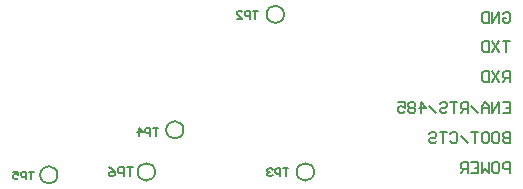
<source format=gbo>
G04*
G04 #@! TF.GenerationSoftware,Altium Limited,Altium Designer,24.9.1 (31)*
G04*
G04 Layer_Color=32896*
%FSLAX44Y44*%
%MOMM*%
G71*
G04*
G04 #@! TF.SameCoordinates,22B4A0D8-32B4-4856-A8F8-6707C093DBDE*
G04*
G04*
G04 #@! TF.FilePolarity,Positive*
G04*
G01*
G75*
%ADD12C,0.1270*%
%ADD15C,0.1524*%
D12*
X469897Y721359D02*
X464818D01*
X467357D01*
Y713741D01*
X462279D02*
Y721359D01*
X458470D01*
X457201Y720089D01*
Y717550D01*
X458470Y716280D01*
X462279D01*
X449583Y721359D02*
X452122Y720089D01*
X454662Y717550D01*
Y715011D01*
X453392Y713741D01*
X450853D01*
X449583Y715011D01*
Y716280D01*
X450853Y717550D01*
X454662D01*
X386216Y717822D02*
X381815D01*
X384016D01*
Y711220D01*
X379614D02*
Y717822D01*
X376313D01*
X375213Y716722D01*
Y714521D01*
X376313Y713421D01*
X379614D01*
X368611Y717822D02*
X373013D01*
Y714521D01*
X370812Y715622D01*
X369712D01*
X368611Y714521D01*
Y712321D01*
X369712Y711220D01*
X371912D01*
X373013Y712321D01*
X491435Y754693D02*
X487033D01*
X489234D01*
Y748091D01*
X484833D02*
Y754693D01*
X481532D01*
X480431Y753593D01*
Y751392D01*
X481532Y750292D01*
X484833D01*
X474930Y748091D02*
Y754693D01*
X478231Y751392D01*
X473829D01*
X601430Y720582D02*
X597029D01*
X599230D01*
Y713980D01*
X594828D02*
Y720582D01*
X591527D01*
X590427Y719482D01*
Y717281D01*
X591527Y716181D01*
X594828D01*
X588227Y719482D02*
X587126Y720582D01*
X584926D01*
X583825Y719482D01*
Y718381D01*
X584926Y717281D01*
X586026D01*
X584926D01*
X583825Y716181D01*
Y715080D01*
X584926Y713980D01*
X587126D01*
X588227Y715080D01*
X575853Y853701D02*
X571451D01*
X573652D01*
Y847099D01*
X569251D02*
Y853701D01*
X565950D01*
X564849Y852601D01*
Y850400D01*
X565950Y849300D01*
X569251D01*
X558247Y847099D02*
X562649D01*
X558247Y851500D01*
Y852601D01*
X559348Y853701D01*
X561548D01*
X562649Y852601D01*
D15*
X406146Y715010D02*
G03*
X406146Y715010I-7366J0D01*
G01*
X597916Y850900D02*
G03*
X597916Y850900I-7366J0D01*
G01*
X488696Y717550D02*
G03*
X488696Y717550I-7366J0D01*
G01*
X623316D02*
G03*
X623316Y717550I-7366J0D01*
G01*
X512826Y753110D02*
G03*
X512826Y753110I-7366J0D01*
G01*
X789178Y716674D02*
Y725561D01*
X784734D01*
X783253Y724080D01*
Y721118D01*
X784734Y719636D01*
X789178D01*
X775847Y725561D02*
X778810D01*
X780291Y724080D01*
Y718155D01*
X778810Y716674D01*
X775847D01*
X774366Y718155D01*
Y724080D01*
X775847Y725561D01*
X771404D02*
Y716674D01*
X768441Y719636D01*
X765479Y716674D01*
Y725561D01*
X756592D02*
X762517D01*
Y716674D01*
X756592D01*
X762517Y721118D02*
X759554D01*
X753630Y716674D02*
Y725561D01*
X749186D01*
X747705Y724080D01*
Y721118D01*
X749186Y719636D01*
X753630D01*
X750667D02*
X747705Y716674D01*
X789178Y750961D02*
Y742074D01*
X784734D01*
X783253Y743555D01*
Y745036D01*
X784734Y746518D01*
X789178D01*
X784734D01*
X783253Y747999D01*
Y749480D01*
X784734Y750961D01*
X789178D01*
X775847D02*
X778810D01*
X780291Y749480D01*
Y743555D01*
X778810Y742074D01*
X775847D01*
X774366Y743555D01*
Y749480D01*
X775847Y750961D01*
X766960D02*
X769923D01*
X771404Y749480D01*
Y743555D01*
X769923Y742074D01*
X766960D01*
X765479Y743555D01*
Y749480D01*
X766960Y750961D01*
X762517D02*
X756592D01*
X759554D01*
Y742074D01*
X753630D02*
X747705Y747999D01*
X738818Y749480D02*
X740299Y750961D01*
X743261D01*
X744742Y749480D01*
Y743555D01*
X743261Y742074D01*
X740299D01*
X738818Y743555D01*
X735855Y750961D02*
X729930D01*
X732893D01*
Y742074D01*
X721043Y749480D02*
X722524Y750961D01*
X725487D01*
X726968Y749480D01*
Y747999D01*
X725487Y746518D01*
X722524D01*
X721043Y745036D01*
Y743555D01*
X722524Y742074D01*
X725487D01*
X726968Y743555D01*
X783253Y776361D02*
X789178D01*
Y767474D01*
X783253D01*
X789178Y771918D02*
X786216D01*
X780291Y767474D02*
Y776361D01*
X774366Y767474D01*
Y776361D01*
X771404Y767474D02*
Y773399D01*
X768441Y776361D01*
X765479Y773399D01*
Y767474D01*
Y771918D01*
X771404D01*
X762517Y767474D02*
X756592Y773399D01*
X753630Y767474D02*
Y776361D01*
X749186D01*
X747705Y774880D01*
Y771918D01*
X749186Y770436D01*
X753630D01*
X750667D02*
X747705Y767474D01*
X744742Y776361D02*
X738818D01*
X741780D01*
Y767474D01*
X729930Y774880D02*
X731412Y776361D01*
X734374D01*
X735855Y774880D01*
Y773399D01*
X734374Y771918D01*
X731412D01*
X729930Y770436D01*
Y768955D01*
X731412Y767474D01*
X734374D01*
X735855Y768955D01*
X726968Y767474D02*
X721043Y773399D01*
X713637Y767474D02*
Y776361D01*
X718081Y771918D01*
X712156D01*
X709194Y774880D02*
X707713Y776361D01*
X704750D01*
X703269Y774880D01*
Y773399D01*
X704750Y771918D01*
X703269Y770436D01*
Y768955D01*
X704750Y767474D01*
X707713D01*
X709194Y768955D01*
Y770436D01*
X707713Y771918D01*
X709194Y773399D01*
Y774880D01*
X707713Y771918D02*
X704750D01*
X694382Y776361D02*
X700307D01*
Y771918D01*
X697344Y773399D01*
X695863D01*
X694382Y771918D01*
Y768955D01*
X695863Y767474D01*
X698826D01*
X700307Y768955D01*
X789178Y828037D02*
X783253D01*
X786216D01*
Y819150D01*
X780291Y828037D02*
X774366Y819150D01*
Y828037D02*
X780291Y819150D01*
X771404Y828037D02*
Y819150D01*
X766960D01*
X765479Y820631D01*
Y826556D01*
X766960Y828037D01*
X771404D01*
X789178Y793750D02*
Y802637D01*
X784734D01*
X783253Y801156D01*
Y798194D01*
X784734Y796712D01*
X789178D01*
X786216D02*
X783253Y793750D01*
X780291Y802637D02*
X774366Y793750D01*
Y802637D02*
X780291Y793750D01*
X771404Y802637D02*
Y793750D01*
X766960D01*
X765479Y795231D01*
Y801156D01*
X766960Y802637D01*
X771404D01*
X783253Y851080D02*
X784734Y852561D01*
X787697D01*
X789178Y851080D01*
Y845155D01*
X787697Y843674D01*
X784734D01*
X783253Y845155D01*
Y848118D01*
X786216D01*
X780291Y843674D02*
Y852561D01*
X774366Y843674D01*
Y852561D01*
X771404D02*
Y843674D01*
X766960D01*
X765479Y845155D01*
Y851080D01*
X766960Y852561D01*
X771404D01*
M02*

</source>
